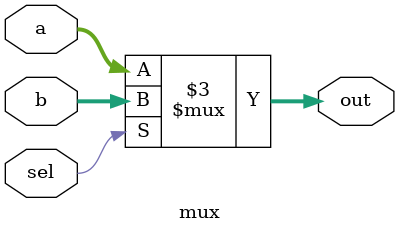
<source format=v>

module mux( 
  input [4:0] a, b,
  input sel,
  output reg [4:0] out );

  always @ (a, b, sel)
  begin
    if(sel)
      out = b;
    else
      out = a;
  end

endmodule
</source>
